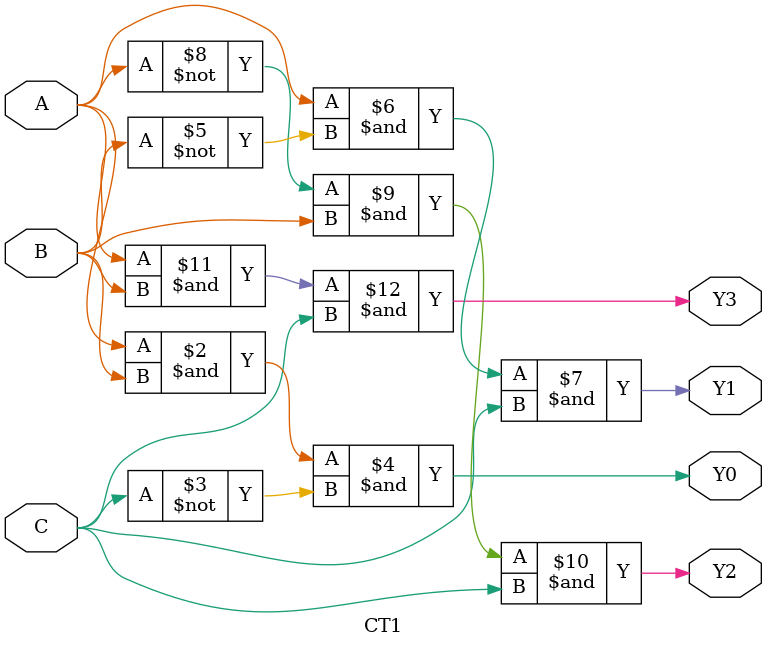
<source format=v>
module CT1(
    input wire A,B,C,
    output reg Y0,Y1,Y2,Y3  );

always @(*) begin
    
     Y0 = (A&B&~C);

     Y1 = (A&~B&C);

     Y2 = (~A&B&C);

     Y3 = (A&B&C);
end


endmodule
</source>
